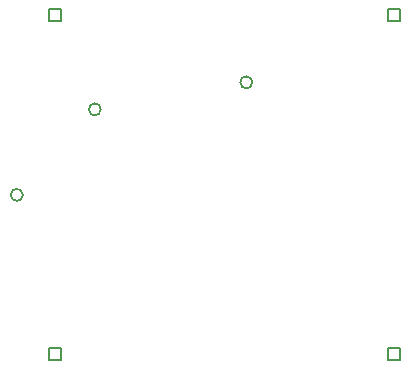
<source format=gbr>
G04*
G04 #@! TF.GenerationSoftware,Altium Limited,Altium Designer,22.4.2 (48)*
G04*
G04 Layer_Color=2752767*
%FSLAX45Y45*%
%MOMM*%
G71*
G04*
G04 #@! TF.SameCoordinates,A1ACB9CE-F43E-4389-816B-9D06E944576F*
G04*
G04*
G04 #@! TF.FilePolarity,Positive*
G04*
G01*
G75*
%ADD14C,0.12700*%
%ADD45C,0.16933*%
D14*
X719200Y3590000D02*
Y3691600D01*
X820800D01*
Y3590000D01*
X719200D01*
X3590000D02*
Y3691600D01*
X3691600D01*
Y3590000D01*
X3590000D01*
Y719200D02*
Y820800D01*
X3691600D01*
Y719200D01*
X3590000D01*
X719200D02*
Y820800D01*
X820800D01*
Y719200D01*
X719200D01*
D45*
X495300Y2120900D02*
G03*
X495300Y2120900I-50800J0D01*
G01*
X2438400Y3073400D02*
G03*
X2438400Y3073400I-50800J0D01*
G01*
X1155700Y2844800D02*
G03*
X1155700Y2844800I-50800J0D01*
G01*
M02*

</source>
